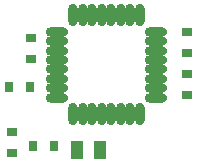
<source format=gbp>
G04 This is an RS-274x file exported by *
G04 gerbv version 2.6.1 *
G04 More information is available about gerbv at *
G04 http://gerbv.geda-project.org/ *
G04 --End of header info--*
%MOIN*%
%FSLAX34Y34*%
%IPPOS*%
G04 --Define apertures--*
%ADD10R,0.0354X0.0295*%
%ADD11R,0.0413X0.0591*%
%ADD12R,0.0295X0.0354*%
%ADD13R,0.0374X0.0315*%
%ADD14O,0.0317X0.0750*%
%ADD15O,0.0750X0.0317*%
G04 --Start main section--*
G54D10*
G01X0109600Y0014856D03*
G01X0109600Y0015544D03*
G01X0109600Y0014144D03*
G01X0109600Y0013456D03*
G01X0104400Y0014656D03*
G01X0104400Y0015344D03*
G54D11*
G01X0106684Y0011600D03*
G01X0105916Y0011600D03*
G54D12*
G01X0104456Y0011750D03*
G01X0105144Y0011750D03*
G01X0104344Y0013700D03*
G01X0103656Y0013700D03*
G54D13*
G01X0103750Y0012204D03*
G01X0103750Y0011496D03*
G54D14*
G01X0108002Y0016104D03*
G01X0107687Y0016104D03*
G01X0107372Y0016104D03*
G01X0107057Y0016104D03*
G01X0106743Y0016104D03*
G01X0106428Y0016104D03*
G01X0106113Y0016104D03*
G01X0105798Y0016104D03*
G01X0105798Y0012796D03*
G01X0106113Y0012796D03*
G01X0106428Y0012796D03*
G01X0106743Y0012796D03*
G01X0107057Y0012796D03*
G01X0107372Y0012796D03*
G01X0107687Y0012796D03*
G01X0108002Y0012796D03*
G54D15*
G01X0105246Y0015552D03*
G01X0105246Y0015237D03*
G01X0105246Y0014922D03*
G01X0105246Y0014607D03*
G01X0105246Y0014293D03*
G01X0105246Y0013978D03*
G01X0105246Y0013663D03*
G01X0105246Y0013348D03*
G01X0108554Y0013348D03*
G01X0108554Y0013663D03*
G01X0108554Y0013978D03*
G01X0108554Y0014293D03*
G01X0108554Y0014607D03*
G01X0108554Y0014922D03*
G01X0108554Y0015237D03*
G01X0108554Y0015552D03*
M02*

</source>
